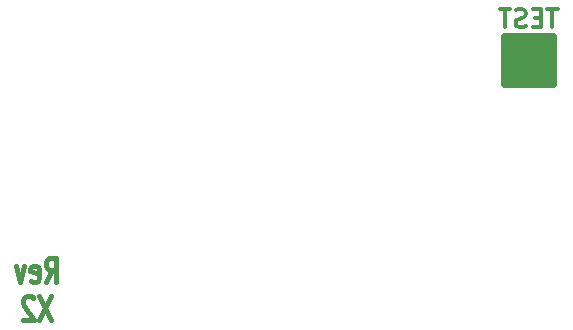
<source format=gbr>
G04 #@! TF.FileFunction,Legend,Bot*
%FSLAX46Y46*%
G04 Gerber Fmt 4.6, Leading zero omitted, Abs format (unit mm)*
G04 Created by KiCad (PCBNEW (after 2015-mar-04 BZR unknown)-product) date 11/8/2016 10:56:30 AM*
%MOMM*%
G01*
G04 APERTURE LIST*
%ADD10C,0.150000*%
%ADD11C,0.381000*%
%ADD12C,0.650000*%
%ADD13C,0.304800*%
G04 APERTURE END LIST*
D10*
D11*
X13843000Y-46423338D02*
X14351000Y-45455719D01*
X14713857Y-46423338D02*
X14713857Y-44391338D01*
X14133285Y-44391338D01*
X13988143Y-44488100D01*
X13915571Y-44584862D01*
X13843000Y-44778386D01*
X13843000Y-45068671D01*
X13915571Y-45262195D01*
X13988143Y-45358957D01*
X14133285Y-45455719D01*
X14713857Y-45455719D01*
X12609285Y-46326576D02*
X12754428Y-46423338D01*
X13044714Y-46423338D01*
X13189857Y-46326576D01*
X13262428Y-46133052D01*
X13262428Y-45358957D01*
X13189857Y-45165433D01*
X13044714Y-45068671D01*
X12754428Y-45068671D01*
X12609285Y-45165433D01*
X12536714Y-45358957D01*
X12536714Y-45552481D01*
X13262428Y-45746005D01*
X12028714Y-45068671D02*
X11665857Y-46423338D01*
X11302999Y-45068671D01*
X14314715Y-47617138D02*
X13298715Y-49649138D01*
X13298715Y-47617138D02*
X14314715Y-49649138D01*
X12790714Y-47810662D02*
X12718143Y-47713900D01*
X12573000Y-47617138D01*
X12210143Y-47617138D01*
X12065000Y-47713900D01*
X11992429Y-47810662D01*
X11919857Y-48004186D01*
X11919857Y-48197710D01*
X11992429Y-48487995D01*
X12863286Y-49649138D01*
X11919857Y-49649138D01*
D12*
X52737000Y-25686000D02*
X56737000Y-25686000D01*
X56737000Y-25686000D02*
X56737000Y-29686000D01*
X56737000Y-29686000D02*
X52737000Y-29686000D01*
X52737000Y-29686000D02*
X52737000Y-25686000D01*
X52737000Y-25686000D02*
X52737000Y-26186000D01*
X52737000Y-26186000D02*
X56737000Y-26186000D01*
X56737000Y-26186000D02*
X56737000Y-26686000D01*
X56737000Y-26686000D02*
X52737000Y-26686000D01*
X52737000Y-26686000D02*
X52737000Y-27186000D01*
X52737000Y-27186000D02*
X56737000Y-27186000D01*
X56737000Y-27186000D02*
X56737000Y-27686000D01*
X56737000Y-27686000D02*
X52737000Y-27686000D01*
X52737000Y-27686000D02*
X52737000Y-28186000D01*
X52737000Y-28186000D02*
X56237000Y-28186000D01*
X56237000Y-28186000D02*
X56737000Y-28186000D01*
X56737000Y-28186000D02*
X56737000Y-28686000D01*
X56737000Y-28686000D02*
X52737000Y-28686000D01*
X52737000Y-28686000D02*
X52737000Y-29186000D01*
X52737000Y-29186000D02*
X56737000Y-29186000D01*
D13*
X57168143Y-23351429D02*
X56297286Y-23351429D01*
X56732715Y-24875429D02*
X56732715Y-23351429D01*
X55789286Y-24077143D02*
X55281286Y-24077143D01*
X55063572Y-24875429D02*
X55789286Y-24875429D01*
X55789286Y-23351429D01*
X55063572Y-23351429D01*
X54483000Y-24802857D02*
X54265286Y-24875429D01*
X53902429Y-24875429D01*
X53757286Y-24802857D01*
X53684715Y-24730286D01*
X53612143Y-24585143D01*
X53612143Y-24440000D01*
X53684715Y-24294857D01*
X53757286Y-24222286D01*
X53902429Y-24149714D01*
X54192715Y-24077143D01*
X54337857Y-24004571D01*
X54410429Y-23932000D01*
X54483000Y-23786857D01*
X54483000Y-23641714D01*
X54410429Y-23496571D01*
X54337857Y-23424000D01*
X54192715Y-23351429D01*
X53829857Y-23351429D01*
X53612143Y-23424000D01*
X53176714Y-23351429D02*
X52305857Y-23351429D01*
X52741286Y-24875429D02*
X52741286Y-23351429D01*
M02*

</source>
